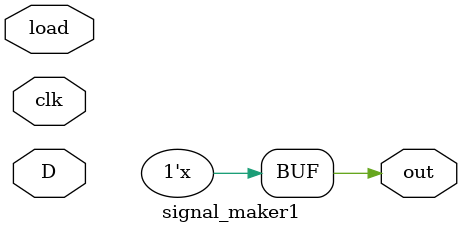
<source format=v>
module signal_100111(out,load,clk,d);
	parameter	M = 6;
	output	out;
	input	load,clk;
	input	[M-1:0] d;
	reg	[M-1:0] q;   //利用Q作为一个序列的纪录变量
		initial	q = 6'b100111;
		always @(posedge clk) 
			if(load)
				q <= d;//load有效的时候，序列脉冲重新搭载？
			else 
				q <= {q[M-2:0],q[M-1:0]};
		assign  out = q[M-1] ;
endmodule 

module  signal_maker1(out,clk, load, D);
	parameter M=6;
	output out;
	input clk,load;
	input [M-1:0] D;
	reg [M-1:0] Q;
		initial Q=6'b100111;
		always @(posedge clk)
			if(load) 
				Q<=D;
			else 
				Q<={Q[M-2:0],Q[M-1]};
		assign out=Q[M];
endmodule


</source>
